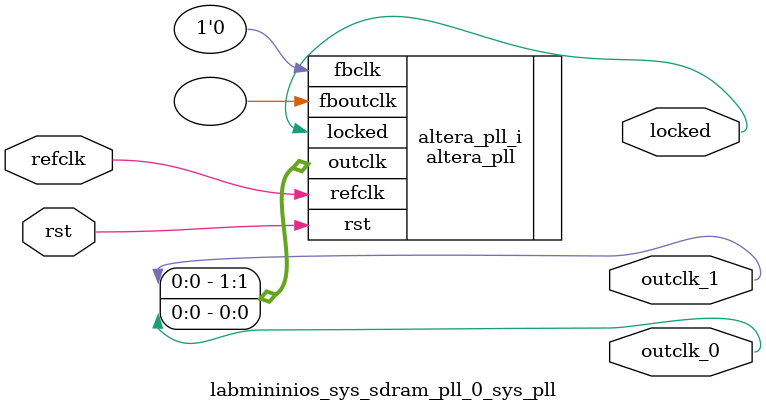
<source format=v>
`timescale 1ns/10ps
module  labmininios_sys_sdram_pll_0_sys_pll(

	// interface 'refclk'
	input wire refclk,

	// interface 'reset'
	input wire rst,

	// interface 'outclk0'
	output wire outclk_0,

	// interface 'outclk1'
	output wire outclk_1,

	// interface 'locked'
	output wire locked
);

	altera_pll #(
		.fractional_vco_multiplier("false"),
		.reference_clock_frequency("50.0 MHz"),
		.operation_mode("direct"),
		.number_of_clocks(2),
		.output_clock_frequency0("50.000000 MHz"),
		.phase_shift0("0 ps"),
		.duty_cycle0(50),
		.output_clock_frequency1("50.000000 MHz"),
		.phase_shift1("-3000 ps"),
		.duty_cycle1(50),
		.output_clock_frequency2("0 MHz"),
		.phase_shift2("0 ps"),
		.duty_cycle2(50),
		.output_clock_frequency3("0 MHz"),
		.phase_shift3("0 ps"),
		.duty_cycle3(50),
		.output_clock_frequency4("0 MHz"),
		.phase_shift4("0 ps"),
		.duty_cycle4(50),
		.output_clock_frequency5("0 MHz"),
		.phase_shift5("0 ps"),
		.duty_cycle5(50),
		.output_clock_frequency6("0 MHz"),
		.phase_shift6("0 ps"),
		.duty_cycle6(50),
		.output_clock_frequency7("0 MHz"),
		.phase_shift7("0 ps"),
		.duty_cycle7(50),
		.output_clock_frequency8("0 MHz"),
		.phase_shift8("0 ps"),
		.duty_cycle8(50),
		.output_clock_frequency9("0 MHz"),
		.phase_shift9("0 ps"),
		.duty_cycle9(50),
		.output_clock_frequency10("0 MHz"),
		.phase_shift10("0 ps"),
		.duty_cycle10(50),
		.output_clock_frequency11("0 MHz"),
		.phase_shift11("0 ps"),
		.duty_cycle11(50),
		.output_clock_frequency12("0 MHz"),
		.phase_shift12("0 ps"),
		.duty_cycle12(50),
		.output_clock_frequency13("0 MHz"),
		.phase_shift13("0 ps"),
		.duty_cycle13(50),
		.output_clock_frequency14("0 MHz"),
		.phase_shift14("0 ps"),
		.duty_cycle14(50),
		.output_clock_frequency15("0 MHz"),
		.phase_shift15("0 ps"),
		.duty_cycle15(50),
		.output_clock_frequency16("0 MHz"),
		.phase_shift16("0 ps"),
		.duty_cycle16(50),
		.output_clock_frequency17("0 MHz"),
		.phase_shift17("0 ps"),
		.duty_cycle17(50),
		.pll_type("General"),
		.pll_subtype("General")
	) altera_pll_i (
		.rst	(rst),
		.outclk	({outclk_1, outclk_0}),
		.locked	(locked),
		.fboutclk	( ),
		.fbclk	(1'b0),
		.refclk	(refclk)
	);
endmodule


</source>
